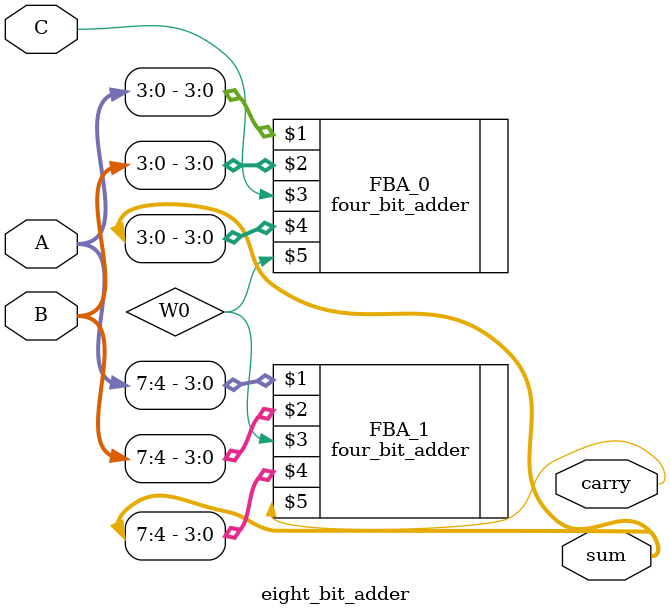
<source format=v>
`include "four_bit_adder.v"
module eight_bit_adder(A, B, C, sum, carry);
	input[7:0] A, B;	
	input C;
	output[7:0] sum;
	output carry;
	wire W0;
	four_bit_adder FBA_0(A[3:0], B[3:0], C, sum[3:0], W0);
	four_bit_adder FBA_1(A[7:4], B[7:4], W0, sum[7:4], carry);
endmodule

</source>
